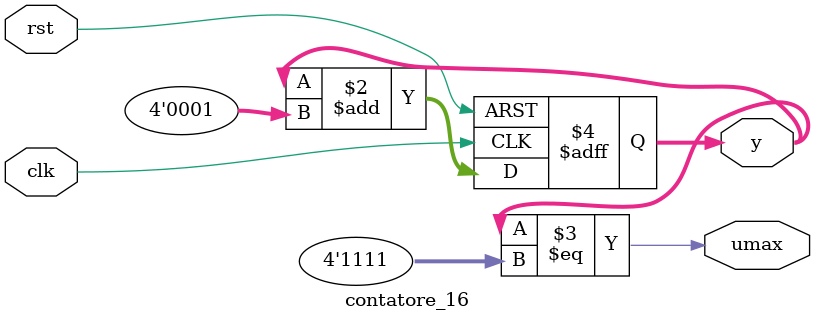
<source format=sv>
module contatore_16 (input logic clk,rst,
                        output logic umax,
                            output logic [3:0]y);
always_ff @(posedge clk, posedge rst) begin
    if (rst) begin
        y<='0;
    end
    else begin
        y<=y + 4'b1;
    end
end

assign umax = (y==4'b1111);

endmodule
</source>
